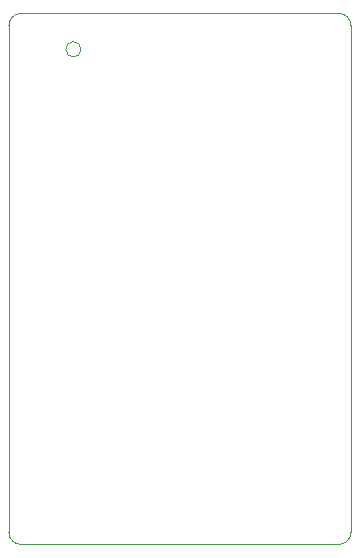
<source format=gbr>
%TF.GenerationSoftware,KiCad,Pcbnew,9.0.0*%
%TF.CreationDate,2025-05-10T20:39:51+02:00*%
%TF.ProjectId,ESP32CAM Shield,45535033-3243-4414-9d20-536869656c64,rev?*%
%TF.SameCoordinates,Original*%
%TF.FileFunction,Profile,NP*%
%FSLAX46Y46*%
G04 Gerber Fmt 4.6, Leading zero omitted, Abs format (unit mm)*
G04 Created by KiCad (PCBNEW 9.0.0) date 2025-05-10 20:39:51*
%MOMM*%
%LPD*%
G01*
G04 APERTURE LIST*
%TA.AperFunction,Profile*%
%ADD10C,0.050000*%
%TD*%
G04 APERTURE END LIST*
D10*
X130568575Y-66027425D02*
G75*
G02*
X129273425Y-66027425I-647575J0D01*
G01*
X129273425Y-66027425D02*
G75*
G02*
X130568575Y-66027425I647575J0D01*
G01*
X153416000Y-106934000D02*
G75*
G02*
X152400000Y-107950000I-1016000J0D01*
G01*
X124460000Y-64008000D02*
G75*
G02*
X125476000Y-62992000I1016000J0D01*
G01*
X153416000Y-106934000D02*
X153416000Y-66040000D01*
X152400000Y-62992000D02*
G75*
G02*
X153416000Y-64008000I0J-1016000D01*
G01*
X124460000Y-66040000D02*
X124460000Y-106934000D01*
X124460000Y-66040000D02*
X124460000Y-64008000D01*
X152400000Y-62992000D02*
X125476000Y-62992000D01*
X125476000Y-107950000D02*
G75*
G02*
X124460000Y-106934000I0J1016000D01*
G01*
X125476000Y-107950000D02*
X152400000Y-107950000D01*
X153416000Y-66040000D02*
X153416000Y-64008000D01*
M02*

</source>
